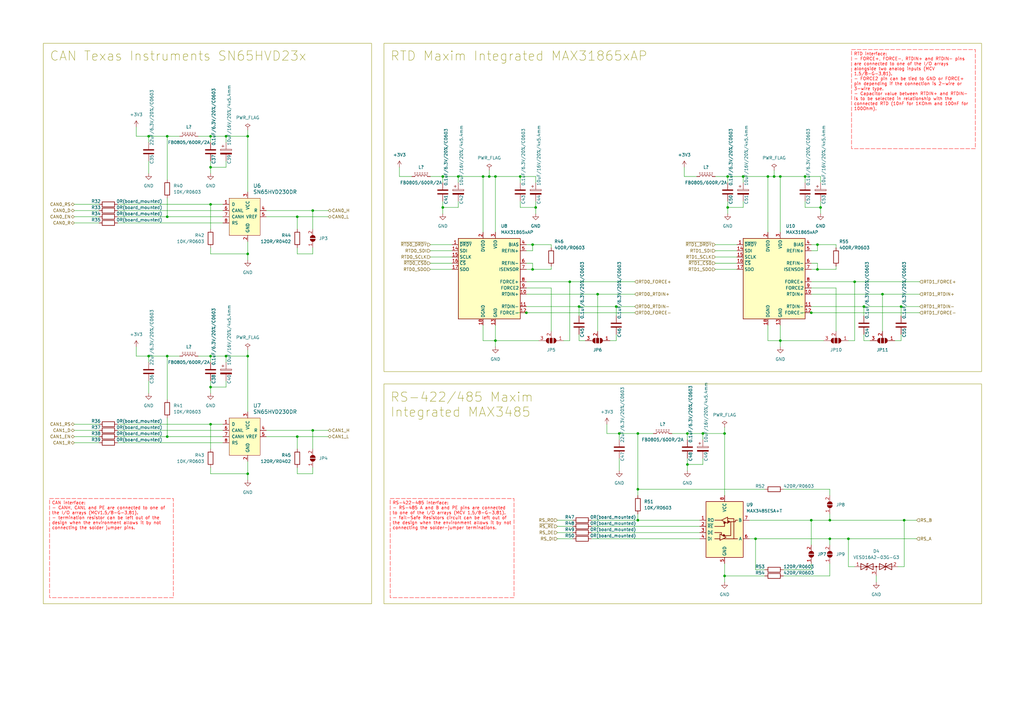
<source format=kicad_sch>
(kicad_sch (version 20230121) (generator eeschema)
  (paper "A3")
  (title_block (title "CAN, RS-422/485, RTD") (date "2023-09-02") (rev "A"))
  (lib_symbols
    (symbol "Device:C" (pin_numbers hide) (pin_names (offset 0.254))
      (property "Reference" "C" (at 0.635 2.54 0))
      (property "Value" "C" (at 0.635 -2.54 0))
      (symbol "C_1_1"
        (pin passive line (at 0 3.81 270) (length 2.794) (name "~") (number "1"))
        (pin passive line (at 0 -3.81 90) (length 2.794) (name "~") (number "2"))
      )
    )
    (symbol "Device:C_Polarized" (pin_numbers hide) (pin_names (offset 0.254))
      (property "Reference" "C" (at 0.635 2.54 0))
      (property "Value" "C_Polarized" (at 0.635 -2.54 0))
      (symbol "C_Polarized_1_1"
        (pin passive line (at 0 3.81 270) (length 2.794) (name "~") (number "1"))
        (pin passive line (at 0 -3.81 90) (length 2.794) (name "~") (number "2"))
      )
    )
    (symbol "Device:D_TVS_Dual_AAC" (pin_names (offset 1.016) hide)
      (property "Reference" "D" (at 0 4.445 0))
      (property "Value" "D_TVS_Dual_AAC" (at 0 2.54 0))
      (symbol "D_TVS_Dual_AAC_1_1"
        (pin passive line (at -8.89 0 0) (length 2.54) (name "A1") (number "1"))
        (pin passive line (at 8.89 0 180) (length 2.54) (name "A2") (number "2"))
        (pin input line (at 0 -3.81 90) (length 2.54) (name "common") (number "3"))
      )
    )
    (symbol "Device:L_Ferrite" (pin_numbers hide) (pin_names (offset 1.016) hide)
      (property "Reference" "L" (at -1.27 0 90))
      (property "Value" "L_Ferrite" (at 2.794 0 90))
      (symbol "L_Ferrite_1_1"
        (pin passive line (at 0 3.81 270) (length 1.27) (name "1") (number "1"))
        (pin passive line (at 0 -3.81 90) (length 1.27) (name "2") (number "2"))
      )
    )
    (symbol "Device:R" (pin_numbers hide) (pin_names (offset 0))
      (property "Reference" "R" (at 2.032 0 90))
      (property "Value" "R" (at 0 0 90))
      (symbol "R_1_1"
        (pin passive line (at 0 3.81 270) (length 1.27) (name "~") (number "1"))
        (pin passive line (at 0 -3.81 90) (length 1.27) (name "~") (number "2"))
      )
    )
    (symbol "Interface_UART:MAX3485"
      (property "Reference" "U" (at -6.096 11.43 0))
      (property "Value" "MAX3485" (at 0.762 11.43 0))
      (symbol "MAX3485_1_1"
        (pin output line (at -10.16 2.54 0) (length 2.54) (name "RO") (number "1"))
        (pin input line (at -10.16 0 0) (length 2.54) (name "~{RE}") (number "2"))
        (pin input line (at -10.16 -2.54 0) (length 2.54) (name "DE") (number "3"))
        (pin input line (at -10.16 -5.08 0) (length 2.54) (name "DI") (number "4"))
        (pin power_in line (at 0 -15.24 90) (length 2.54) (name "GND") (number "5"))
        (pin bidirectional line (at 10.16 -5.08 180) (length 2.54) (name "A") (number "6"))
        (pin bidirectional line (at 10.16 2.54 180) (length 2.54) (name "B") (number "7"))
        (pin power_in line (at 0 12.7 270) (length 2.54) (name "VCC") (number "8"))
      )
    )
    (symbol "Jumper:SolderJumper_2_Open" (pin_names (offset 0) hide)
      (property "Reference" "JP" (at 0 2.032 0))
      (property "Value" "SolderJumper_2_Open" (at 0 -2.54 0))
      (symbol "SolderJumper_2_Open_1_1"
        (pin passive line (at -3.81 0 0) (length 2.54) (name "A") (number "1"))
        (pin passive line (at 3.81 0 180) (length 2.54) (name "B") (number "2"))
      )
    )
    (symbol "Jumper:SolderJumper_3_Open" (pin_names (offset 0) hide)
      (property "Reference" "JP" (at -2.54 -2.54 0))
      (property "Value" "SolderJumper_3_Open" (at 0 2.794 0))
      (symbol "SolderJumper_3_Open_1_1"
        (pin passive line (at -5.08 0 0) (length 2.54) (name "A") (number "1"))
        (pin passive line (at 0 -3.81 90) (length 2.54) (name "C") (number "2"))
        (pin passive line (at 5.08 0 180) (length 2.54) (name "B") (number "3"))
      )
    )
    (symbol "Sensor_Temperature:MAX31865xAP"
      (property "Reference" "U" (at -11.43 19.05 0))
      (property "Value" "MAX31865xAP" (at 10.16 19.05 0))
      (symbol "MAX31865xAP_1_1"
        (pin output line (at -15.24 15.24 0) (length 2.54) (name "~{DRDY}") (number "1"))
        (pin input line (at 15.24 -5.08 180) (length 2.54) (name "RTDIN+") (number "10"))
        (pin input line (at 15.24 -10.16 180) (length 2.54) (name "RTDIN-") (number "11"))
        (pin power_out line (at 15.24 -12.7 180) (length 2.54) (name "FORCE-") (number "12"))
        (pin power_in line (at 2.54 -17.78 90) (length 2.54) (name "GND") (number "13"))
        (pin input line (at -15.24 12.7 0) (length 2.54) (name "SDI") (number "14"))
        (pin input line (at -15.24 10.16 0) (length 2.54) (name "SCLK") (number "15"))
        (pin input line (at -15.24 7.62 0) (length 2.54) (name "~{CS}") (number "16"))
        (pin tri_state line (at -15.24 5.08 0) (length 2.54) (name "SDO") (number "17"))
        (pin power_in line (at -2.54 -17.78 90) (length 2.54) (name "DGND") (number "18"))
        (pin passive line (at 2.54 -17.78 90) (length 2.54) hide (name "GND") (number "19"))
        (pin power_in line (at -2.54 20.32 270) (length 2.54) (name "DVDD") (number "2"))
        (pin no_connect line (at -12.7 -2.54 0) (length 2.54) hide (name "NC") (number "20"))
        (pin power_in line (at 2.54 20.32 270) (length 2.54) (name "VDD") (number "3"))
        (pin power_out line (at 15.24 15.24 180) (length 2.54) (name "BIAS") (number "4"))
        (pin input line (at 15.24 12.7 180) (length 2.54) (name "REFIN+") (number "5"))
        (pin input line (at 15.24 7.62 180) (length 2.54) (name "REFIN-") (number "6"))
        (pin passive line (at 15.24 5.08 180) (length 2.54) (name "ISENSOR") (number "7"))
        (pin passive line (at 15.24 0 180) (length 2.54) (name "FORCE+") (number "8"))
        (pin input line (at 15.24 -2.54 180) (length 2.54) (name "FORCE2") (number "9"))
      )
    )
    (symbol "dk_Interface-Drivers-Receivers-Transceivers:SN65HVD230DR" (pin_names (offset 1.016))
      (property "Reference" "U" (at -2.54 1.27 0))
      (property "Value" "SN65HVD230DR" (at 5.08 -17.78 0))
      (symbol "SN65HVD230DR_1_1"
        (pin input line (at -7.62 -2.54 0) (length 2.54) (name "D") (number "1"))
        (pin power_in line (at 2.54 -17.78 90) (length 2.54) (name "GND") (number "2"))
        (pin power_in line (at 2.54 2.54 270) (length 2.54) (name "VCC") (number "3"))
        (pin output line (at 10.16 -5.08 180) (length 2.54) (name "R") (number "4"))
        (pin output line (at 10.16 -7.62 180) (length 2.54) (name "VREF") (number "5"))
        (pin bidirectional line (at -7.62 -5.08 0) (length 2.54) (name "CANL") (number "6"))
        (pin bidirectional line (at -7.62 -7.62 0) (length 2.54) (name "CANH") (number "7"))
        (pin input line (at -7.62 -10.16 0) (length 2.54) (name "RS") (number "8"))
      )
    )
    (symbol "power:+3V3" (power) (pin_names (offset 0))
      (property "Value" "+3V3" (at 0 3.556 0))
      (symbol "+3V3_1_1"
        (pin power_in line (at 0 0 90) (length 0) hide (name "+3V3") (number "1"))
      )
    )
    (symbol "power:GND" (power) (pin_names (offset 0))
      (property "Value" "GND" (at 0 -3.81 0))
      (symbol "GND_1_1"
        (pin power_in line (at 0 0 270) (length 0) hide (name "GND") (number "1"))
      )
    )
    (symbol "power:PWR_FLAG" (power) (pin_numbers hide) (pin_names (offset 0) hide)
      (property "Value" "PWR_FLAG" (at 0 3.81 0))
      (symbol "PWR_FLAG_0_0"
        (pin power_out line (at 0 0 90) (length 0) (name "pwr") (number "1"))
      )
    )
  )
  (junction (at 252.73 125.73))
  (junction (at 297.18 236.22))
  (junction (at 101.6 194.31))
  (junction (at 335.28 100.33))
  (junction (at 361.95 120.65))
  (junction (at 187.96 72.39))
  (junction (at 347.98 220.98))
  (junction (at 297.18 177.8))
  (junction (at 86.36 68.58))
  (junction (at 121.92 88.9))
  (junction (at 101.6 104.14))
  (junction (at 261.62 177.8))
  (junction (at 218.44 110.49))
  (junction (at 86.36 83.82))
  (junction (at 350.52 115.57))
  (junction (at 281.94 177.8))
  (junction (at 128.27 86.36))
  (junction (at 68.58 179.07))
  (junction (at 68.58 88.9))
  (junction (at 60.96 55.88))
  (junction (at 370.84 213.36))
  (junction (at 203.2 72.39))
  (junction (at 314.96 72.39))
  (junction (at 298.45 72.39))
  (junction (at 203.2 139.7))
  (junction (at 215.9 128.27))
  (junction (at 261.62 213.36))
  (junction (at 200.66 72.39))
  (junction (at 218.44 100.33))
  (junction (at 340.36 213.36))
  (junction (at 288.29 177.8))
  (junction (at 304.8 72.39))
  (junction (at 320.04 139.7))
  (junction (at 330.2 72.39))
  (junction (at 86.36 55.88))
  (junction (at 128.27 176.53))
  (junction (at 60.96 146.05))
  (junction (at 101.6 55.88))
  (junction (at 245.11 120.65))
  (junction (at 332.74 128.27))
  (junction (at 86.36 173.99))
  (junction (at 254 177.8))
  (junction (at 340.36 220.98))
  (junction (at 181.61 72.39))
  (junction (at 92.71 146.05))
  (junction (at 121.92 179.07))
  (junction (at 92.71 55.88))
  (junction (at 281.94 190.5))
  (junction (at 198.12 72.39))
  (junction (at 86.36 158.75))
  (junction (at 68.58 55.88))
  (junction (at 309.88 220.98))
  (junction (at 317.5 72.39))
  (junction (at 335.28 110.49))
  (junction (at 369.57 125.73))
  (junction (at 261.62 200.66))
  (junction (at 298.45 85.09))
  (junction (at 219.71 85.09))
  (junction (at 336.55 85.09))
  (junction (at 86.36 146.05))
  (junction (at 233.68 115.57))
  (junction (at 181.61 85.09))
  (junction (at 332.74 213.36))
  (junction (at 68.58 146.05))
  (junction (at 354.33 125.73))
  (junction (at 320.04 72.39))
  (junction (at 101.6 146.05))
  (junction (at 237.49 125.73))
  (junction (at 213.36 72.39))
  (wire (pts (xy 314.96 72.39) (xy 317.5 72.39)))
  (wire (pts (xy 68.58 146.05) (xy 73.66 146.05)))
  (wire (pts (xy 101.6 104.14) (xy 101.6 106.68)))
  (wire (pts (xy 332.74 115.57) (xy 350.52 115.57)))
  (wire (pts (xy 242.57 218.44) (xy 287.02 218.44)))
  (wire (pts (xy 212.09 128.27) (xy 215.9 128.27)))
  (wire (pts (xy 280.67 72.39) (xy 280.67 68.58)))
  (wire (pts (xy 288.29 177.8) (xy 288.29 180.34)))
  (wire (pts (xy 92.71 66.04) (xy 92.71 68.58)))
  (wire (pts (xy 298.45 85.09) (xy 298.45 87.63)))
  (wire (pts (xy 261.62 177.8) (xy 261.62 200.66)))
  (wire (pts (xy 293.37 105.41) (xy 302.26 105.41)))
  (wire (pts (xy 163.83 72.39) (xy 163.83 68.58)))
  (wire (pts (xy 361.95 120.65) (xy 377.19 120.65)))
  (wire (pts (xy 245.11 120.65) (xy 260.35 120.65)))
  (wire (pts (xy 86.36 173.99) (xy 91.44 173.99)))
  (wire (pts (xy 281.94 177.8) (xy 288.29 177.8)))
  (wire (pts (xy 68.58 146.05) (xy 68.58 163.83)))
  (wire (pts (xy 298.45 72.39) (xy 304.8 72.39)))
  (wire (pts (xy 335.28 100.33) (xy 342.9 100.33)))
  (wire (pts (xy 86.36 191.77) (xy 86.36 194.31)))
  (wire (pts (xy 228.6 218.44) (xy 234.95 218.44)))
  (wire (pts (xy 219.71 72.39) (xy 219.71 74.93)))
  (wire (pts (xy 86.36 66.04) (xy 86.36 68.58)))
  (wire (pts (xy 198.12 95.25) (xy 198.12 72.39)))
  (wire (pts (xy 309.88 220.98) (xy 340.36 220.98)))
  (wire (pts (xy 198.12 72.39) (xy 200.66 72.39)))
  (wire (pts (xy 68.58 179.07) (xy 91.44 179.07)))
  (wire (pts (xy 231.14 139.7) (xy 233.68 139.7)))
  (wire (pts (xy 350.52 232.41) (xy 347.98 232.41)))
  (wire (pts (xy 314.96 139.7) (xy 320.04 139.7)))
  (wire (pts (xy 218.44 100.33) (xy 226.06 100.33)))
  (wire (pts (xy 60.96 146.05) (xy 68.58 146.05)))
  (wire (pts (xy 332.74 213.36) (xy 340.36 213.36)))
  (wire (pts (xy 48.26 88.9) (xy 68.58 88.9)))
  (wire (pts (xy 307.34 220.98) (xy 309.88 220.98)))
  (wire (pts (xy 309.88 233.68) (xy 309.88 220.98)))
  (wire (pts (xy 359.41 236.22) (xy 359.41 238.76)))
  (wire (pts (xy 109.22 176.53) (xy 128.27 176.53)))
  (wire (pts (xy 332.74 231.14) (xy 332.74 233.68)))
  (wire (pts (xy 101.6 53.34) (xy 101.6 55.88)))
  (wire (pts (xy 128.27 176.53) (xy 128.27 184.15)))
  (wire (pts (xy 288.29 177.8) (xy 297.18 177.8)))
  (wire (pts (xy 293.37 72.39) (xy 298.45 72.39)))
  (wire (pts (xy 261.62 200.66) (xy 313.69 200.66)))
  (wire (pts (xy 218.44 110.49) (xy 218.44 107.95)))
  (wire (pts (xy 368.3 232.41) (xy 370.84 232.41)))
  (wire (pts (xy 228.6 215.9) (xy 234.95 215.9)))
  (wire (pts (xy 198.12 72.39) (xy 187.96 72.39)))
  (wire (pts (xy 340.36 200.66) (xy 340.36 203.2)))
  (wire (pts (xy 245.11 120.65) (xy 245.11 135.89)))
  (wire (pts (xy 86.36 146.05) (xy 92.71 146.05)))
  (wire (pts (xy 304.8 82.55) (xy 304.8 85.09)))
  (wire (pts (xy 218.44 107.95) (xy 215.9 107.95)))
  (wire (pts (xy 215.9 125.73) (xy 237.49 125.73)))
  (wire (pts (xy 213.36 82.55) (xy 213.36 85.09)))
  (wire (pts (xy 342.9 109.22) (xy 342.9 110.49)))
  (wire (pts (xy 237.49 125.73) (xy 237.49 129.54)))
  (wire (pts (xy 340.36 220.98) (xy 340.36 223.52)))
  (wire (pts (xy 313.69 233.68) (xy 309.88 233.68)))
  (wire (pts (xy 332.74 128.27) (xy 377.19 128.27)))
  (wire (pts (xy 370.84 232.41) (xy 370.84 213.36)))
  (wire (pts (xy 101.6 99.06) (xy 101.6 104.14)))
  (wire (pts (xy 121.92 104.14) (xy 128.27 104.14)))
  (wire (pts (xy 340.36 213.36) (xy 370.84 213.36)))
  (wire (pts (xy 109.22 179.07) (xy 121.92 179.07)))
  (wire (pts (xy 128.27 86.36) (xy 128.27 93.98)))
  (wire (pts (xy 233.68 139.7) (xy 233.68 115.57)))
  (wire (pts (xy 298.45 82.55) (xy 298.45 85.09)))
  (wire (pts (xy 168.91 72.39) (xy 163.83 72.39)))
  (wire (pts (xy 332.74 118.11) (xy 342.9 118.11)))
  (wire (pts (xy 321.31 233.68) (xy 332.74 233.68)))
  (wire (pts (xy 285.75 72.39) (xy 280.67 72.39)))
  (wire (pts (xy 86.36 58.42) (xy 86.36 55.88)))
  (wire (pts (xy 304.8 72.39) (xy 304.8 74.93)))
  (wire (pts (xy 68.58 171.45) (xy 68.58 179.07)))
  (wire (pts (xy 215.9 128.27) (xy 260.35 128.27)))
  (wire (pts (xy 336.55 72.39) (xy 336.55 74.93)))
  (wire (pts (xy 128.27 104.14) (xy 128.27 101.6)))
  (wire (pts (xy 176.53 110.49) (xy 185.42 110.49)))
  (wire (pts (xy 198.12 133.35) (xy 198.12 139.7)))
  (wire (pts (xy 203.2 139.7) (xy 220.98 139.7)))
  (wire (pts (xy 81.28 55.88) (xy 86.36 55.88)))
  (wire (pts (xy 332.74 213.36) (xy 332.74 223.52)))
  (wire (pts (xy 252.73 125.73) (xy 260.35 125.73)))
  (wire (pts (xy 60.96 66.04) (xy 60.96 71.12)))
  (wire (pts (xy 314.96 133.35) (xy 314.96 139.7)))
  (wire (pts (xy 218.44 110.49) (xy 226.06 110.49)))
  (wire (pts (xy 92.71 146.05) (xy 92.71 148.59)))
  (wire (pts (xy 92.71 68.58) (xy 86.36 68.58)))
  (wire (pts (xy 176.53 102.87) (xy 185.42 102.87)))
  (wire (pts (xy 242.57 213.36) (xy 261.62 213.36)))
  (wire (pts (xy 203.2 139.7) (xy 203.2 142.24)))
  (wire (pts (xy 30.48 181.61) (xy 40.64 181.61)))
  (wire (pts (xy 354.33 139.7) (xy 354.33 137.16)))
  (wire (pts (xy 86.36 101.6) (xy 86.36 104.14)))
  (wire (pts (xy 336.55 82.55) (xy 336.55 85.09)))
  (wire (pts (xy 307.34 213.36) (xy 332.74 213.36)))
  (wire (pts (xy 181.61 82.55) (xy 181.61 85.09)))
  (wire (pts (xy 181.61 72.39) (xy 187.96 72.39)))
  (wire (pts (xy 242.57 220.98) (xy 287.02 220.98)))
  (wire (pts (xy 203.2 133.35) (xy 203.2 139.7)))
  (wire (pts (xy 340.36 236.22) (xy 340.36 231.14)))
  (wire (pts (xy 248.92 177.8) (xy 248.92 173.99)))
  (wire (pts (xy 350.52 115.57) (xy 377.19 115.57)))
  (wire (pts (xy 128.27 194.31) (xy 128.27 191.77)))
  (wire (pts (xy 121.92 179.07) (xy 134.62 179.07)))
  (wire (pts (xy 101.6 146.05) (xy 92.71 146.05)))
  (wire (pts (xy 86.36 83.82) (xy 91.44 83.82)))
  (wire (pts (xy 228.6 220.98) (xy 234.95 220.98)))
  (wire (pts (xy 226.06 100.33) (xy 226.06 101.6)))
  (wire (pts (xy 215.9 110.49) (xy 218.44 110.49)))
  (wire (pts (xy 86.36 148.59) (xy 86.36 146.05)))
  (wire (pts (xy 226.06 109.22) (xy 226.06 110.49)))
  (wire (pts (xy 187.96 85.09) (xy 181.61 85.09)))
  (wire (pts (xy 330.2 82.55) (xy 330.2 85.09)))
  (wire (pts (xy 218.44 100.33) (xy 218.44 102.87)))
  (wire (pts (xy 298.45 74.93) (xy 298.45 72.39)))
  (wire (pts (xy 297.18 177.8) (xy 297.18 203.2)))
  (wire (pts (xy 181.61 85.09) (xy 181.61 87.63)))
  (wire (pts (xy 254 180.34) (xy 254 177.8)))
  (wire (pts (xy 248.92 177.8) (xy 254 177.8)))
  (wire (pts (xy 321.31 236.22) (xy 340.36 236.22)))
  (wire (pts (xy 297.18 231.14) (xy 297.18 236.22)))
  (wire (pts (xy 350.52 139.7) (xy 350.52 115.57)))
  (wire (pts (xy 275.59 177.8) (xy 281.94 177.8)))
  (wire (pts (xy 252.73 125.73) (xy 252.73 129.54)))
  (wire (pts (xy 237.49 125.73) (xy 252.73 125.73)))
  (wire (pts (xy 121.92 88.9) (xy 134.62 88.9)))
  (wire (pts (xy 200.66 72.39) (xy 203.2 72.39)))
  (wire (pts (xy 330.2 72.39) (xy 336.55 72.39)))
  (wire (pts (xy 121.92 194.31) (xy 128.27 194.31)))
  (wire (pts (xy 68.58 55.88) (xy 68.58 73.66)))
  (wire (pts (xy 314.96 95.25) (xy 314.96 72.39)))
  (wire (pts (xy 261.62 200.66) (xy 261.62 203.2)))
  (wire (pts (xy 101.6 143.51) (xy 101.6 146.05)))
  (wire (pts (xy 304.8 85.09) (xy 298.45 85.09)))
  (wire (pts (xy 30.48 173.99) (xy 40.64 173.99)))
  (wire (pts (xy 228.6 213.36) (xy 234.95 213.36)))
  (wire (pts (xy 128.27 176.53) (xy 134.62 176.53)))
  (wire (pts (xy 281.94 190.5) (xy 281.94 193.04)))
  (wire (pts (xy 250.19 139.7) (xy 252.73 139.7)))
  (wire (pts (xy 92.71 158.75) (xy 86.36 158.75)))
  (wire (pts (xy 335.28 107.95) (xy 332.74 107.95)))
  (wire (pts (xy 215.9 120.65) (xy 245.11 120.65)))
  (wire (pts (xy 55.88 55.88) (xy 60.96 55.88)))
  (wire (pts (xy 369.57 125.73) (xy 377.19 125.73)))
  (wire (pts (xy 356.87 139.7) (xy 354.33 139.7)))
  (wire (pts (xy 320.04 95.25) (xy 320.04 72.39)))
  (wire (pts (xy 314.96 72.39) (xy 304.8 72.39)))
  (wire (pts (xy 328.93 128.27) (xy 332.74 128.27)))
  (wire (pts (xy 60.96 148.59) (xy 60.96 146.05)))
  (wire (pts (xy 342.9 100.33) (xy 342.9 101.6)))
  (wire (pts (xy 281.94 180.34) (xy 281.94 177.8)))
  (wire (pts (xy 86.36 104.14) (xy 101.6 104.14)))
  (wire (pts (xy 48.26 181.61) (xy 91.44 181.61)))
  (wire (pts (xy 101.6 55.88) (xy 92.71 55.88)))
  (wire (pts (xy 101.6 146.05) (xy 101.6 168.91)))
  (wire (pts (xy 335.28 110.49) (xy 335.28 107.95)))
  (wire (pts (xy 332.74 120.65) (xy 361.95 120.65)))
  (wire (pts (xy 176.53 100.33) (xy 185.42 100.33)))
  (wire (pts (xy 367.03 139.7) (xy 369.57 139.7)))
  (wire (pts (xy 215.9 115.57) (xy 233.68 115.57)))
  (wire (pts (xy 261.62 213.36) (xy 287.02 213.36)))
  (wire (pts (xy 219.71 82.55) (xy 219.71 85.09)))
  (wire (pts (xy 92.71 156.21) (xy 92.71 158.75)))
  (wire (pts (xy 347.98 232.41) (xy 347.98 220.98)))
  (wire (pts (xy 109.22 86.36) (xy 128.27 86.36)))
  (wire (pts (xy 181.61 74.93) (xy 181.61 72.39)))
  (wire (pts (xy 218.44 102.87) (xy 215.9 102.87)))
  (wire (pts (xy 121.92 101.6) (xy 121.92 104.14)))
  (wire (pts (xy 332.74 110.49) (xy 335.28 110.49)))
  (wire (pts (xy 297.18 236.22) (xy 297.18 238.76)))
  (wire (pts (xy 354.33 125.73) (xy 354.33 129.54)))
  (wire (pts (xy 48.26 86.36) (xy 91.44 86.36)))
  (wire (pts (xy 60.96 156.21) (xy 60.96 161.29)))
  (wire (pts (xy 86.36 83.82) (xy 86.36 93.98)))
  (wire (pts (xy 187.96 82.55) (xy 187.96 85.09)))
  (wire (pts (xy 320.04 139.7) (xy 337.82 139.7)))
  (wire (pts (xy 213.36 85.09) (xy 219.71 85.09)))
  (wire (pts (xy 176.53 107.95) (xy 185.42 107.95)))
  (wire (pts (xy 335.28 100.33) (xy 335.28 102.87)))
  (wire (pts (xy 347.98 139.7) (xy 350.52 139.7)))
  (wire (pts (xy 293.37 100.33) (xy 302.26 100.33)))
  (wire (pts (xy 215.9 100.33) (xy 218.44 100.33)))
  (wire (pts (xy 297.18 236.22) (xy 313.69 236.22)))
  (wire (pts (xy 233.68 115.57) (xy 260.35 115.57)))
  (wire (pts (xy 92.71 55.88) (xy 92.71 58.42)))
  (wire (pts (xy 321.31 200.66) (xy 340.36 200.66)))
  (wire (pts (xy 48.26 179.07) (xy 68.58 179.07)))
  (wire (pts (xy 198.12 139.7) (xy 203.2 139.7)))
  (wire (pts (xy 213.36 72.39) (xy 219.71 72.39)))
  (wire (pts (xy 203.2 72.39) (xy 213.36 72.39)))
  (wire (pts (xy 219.71 85.09) (xy 219.71 87.63)))
  (wire (pts (xy 254 187.96) (xy 254 193.04)))
  (wire (pts (xy 226.06 118.11) (xy 226.06 135.89)))
  (wire (pts (xy 86.36 194.31) (xy 101.6 194.31)))
  (wire (pts (xy 55.88 146.05) (xy 55.88 142.24)))
  (wire (pts (xy 369.57 139.7) (xy 369.57 137.16)))
  (wire (pts (xy 48.26 91.44) (xy 91.44 91.44)))
  (wire (pts (xy 48.26 173.99) (xy 86.36 173.99)))
  (wire (pts (xy 48.26 176.53) (xy 91.44 176.53)))
  (wire (pts (xy 237.49 139.7) (xy 237.49 137.16)))
  (wire (pts (xy 121.92 88.9) (xy 121.92 93.98)))
  (wire (pts (xy 261.62 210.82) (xy 261.62 213.36)))
  (wire (pts (xy 86.36 158.75) (xy 86.36 161.29)))
  (wire (pts (xy 68.58 88.9) (xy 91.44 88.9)))
  (wire (pts (xy 317.5 72.39) (xy 320.04 72.39)))
  (wire (pts (xy 109.22 88.9) (xy 121.92 88.9)))
  (wire (pts (xy 86.36 55.88) (xy 92.71 55.88)))
  (wire (pts (xy 261.62 177.8) (xy 267.97 177.8)))
  (wire (pts (xy 320.04 133.35) (xy 320.04 139.7)))
  (wire (pts (xy 30.48 83.82) (xy 40.64 83.82)))
  (wire (pts (xy 332.74 100.33) (xy 335.28 100.33)))
  (wire (pts (xy 288.29 190.5) (xy 281.94 190.5)))
  (wire (pts (xy 281.94 187.96) (xy 281.94 190.5)))
  (wire (pts (xy 369.57 125.73) (xy 369.57 129.54)))
  (wire (pts (xy 293.37 110.49) (xy 302.26 110.49)))
  (wire (pts (xy 240.03 139.7) (xy 237.49 139.7)))
  (wire (pts (xy 30.48 91.44) (xy 40.64 91.44)))
  (wire (pts (xy 370.84 213.36) (xy 375.92 213.36)))
  (wire (pts (xy 86.36 156.21) (xy 86.36 158.75)))
  (wire (pts (xy 320.04 139.7) (xy 320.04 142.24)))
  (wire (pts (xy 101.6 189.23) (xy 101.6 194.31)))
  (wire (pts (xy 55.88 55.88) (xy 55.88 52.07)))
  (wire (pts (xy 340.36 220.98) (xy 347.98 220.98)))
  (wire (pts (xy 288.29 187.96) (xy 288.29 190.5)))
  (wire (pts (xy 340.36 210.82) (xy 340.36 213.36)))
  (wire (pts (xy 48.26 83.82) (xy 86.36 83.82)))
  (wire (pts (xy 60.96 58.42) (xy 60.96 55.88)))
  (wire (pts (xy 293.37 107.95) (xy 302.26 107.95)))
  (wire (pts (xy 60.96 55.88) (xy 68.58 55.88)))
  (wire (pts (xy 342.9 118.11) (xy 342.9 135.89)))
  (wire (pts (xy 86.36 68.58) (xy 86.36 71.12)))
  (wire (pts (xy 320.04 72.39) (xy 330.2 72.39)))
  (wire (pts (xy 335.28 110.49) (xy 342.9 110.49)))
  (wire (pts (xy 317.5 69.85) (xy 317.5 72.39)))
  (wire (pts (xy 176.53 72.39) (xy 181.61 72.39)))
  (wire (pts (xy 361.95 120.65) (xy 361.95 135.89)))
  (wire (pts (xy 30.48 176.53) (xy 40.64 176.53)))
  (wire (pts (xy 128.27 86.36) (xy 134.62 86.36)))
  (wire (pts (xy 101.6 194.31) (xy 101.6 196.85)))
  (wire (pts (xy 335.28 102.87) (xy 332.74 102.87)))
  (wire (pts (xy 121.92 179.07) (xy 121.92 184.15)))
  (wire (pts (xy 330.2 72.39) (xy 330.2 74.93)))
  (wire (pts (xy 293.37 102.87) (xy 302.26 102.87)))
  (wire (pts (xy 203.2 95.25) (xy 203.2 72.39)))
  (wire (pts (xy 101.6 55.88) (xy 101.6 78.74)))
  (wire (pts (xy 213.36 72.39) (xy 213.36 74.93)))
  (wire (pts (xy 30.48 179.07) (xy 40.64 179.07)))
  (wire (pts (xy 68.58 81.28) (xy 68.58 88.9)))
  (wire (pts (xy 336.55 85.09) (xy 336.55 87.63)))
  (wire (pts (xy 347.98 220.98) (xy 375.92 220.98)))
  (wire (pts (xy 252.73 139.7) (xy 252.73 137.16)))
  (wire (pts (xy 81.28 146.05) (xy 86.36 146.05)))
  (wire (pts (xy 30.48 88.9) (xy 40.64 88.9)))
  (wire (pts (xy 30.48 86.36) (xy 40.64 86.36)))
  (wire (pts (xy 55.88 146.05) (xy 60.96 146.05)))
  (wire (pts (xy 200.66 69.85) (xy 200.66 72.39)))
  (wire (pts (xy 297.18 175.26) (xy 297.18 177.8)))
  (wire (pts (xy 68.58 55.88) (xy 73.66 55.88)))
  (wire (pts (xy 354.33 125.73) (xy 369.57 125.73)))
  (wire (pts (xy 176.53 105.41) (xy 185.42 105.41)))
  (wire (pts (xy 330.2 85.09) (xy 336.55 85.09)))
  (wire (pts (xy 121.92 191.77) (xy 121.92 194.31)))
  (wire (pts (xy 215.9 118.11) (xy 226.06 118.11)))
  (wire (pts (xy 187.96 72.39) (xy 187.96 74.93)))
  (wire (pts (xy 332.74 125.73) (xy 354.33 125.73)))
  (wire (pts (xy 242.57 215.9) (xy 287.02 215.9)))
  (wire (pts (xy 86.36 173.99) (xy 86.36 184.15)))
  (wire (pts (xy 254 177.8) (xy 261.62 177.8)))
  (rectangle (start 157.48 157.48) (end 402.59 247.65) (stroke (width 0) (color 140 140 0 1)))
  (rectangle (start 157.48 17.78) (end 402.59 152.4) (stroke (width 0) (color 140 140 0 1)))
  (rectangle (start 17.78 17.78) (end 152.4 247.65) (stroke (width 0) (color 140 140 0 1)))
  (text_box "CAN interface:\n- CANH, CANL and PE are connected to one of the I/O arrays (MCV1.5/8-G-3,81).\n- termination resistor can be left out of the design when the environment allows it by not connecting the solder jumper pins." (at 20.32 204.47 0) (size 50.8 40.64) (stroke (width 0) (type dash) (color 255 0 0 1)) (effects (font (size 1.27 1.27)) (justify left top)))
  (text_box "RS-422-485 interface:\n- RS-485 A and B and PE pins are connected to one of the I/O arrays (MCV 1,5/8-G-3,81).\n- fail-Safe Resistors circuit can be left out of the design when the environment allows it by not connecting the solder-jumper terminations." (at 160.02 204.47 0) (size 50.8 40.64) (stroke (width 0) (type dash) (color 255 0 0 1)) (effects (font (size 1.27 1.27)) (justify left top)))
  (text_box "RTD interface:\n- FORCE+, FORCE-, RTDIN+ and RTDIN- pins are connected to one of the I/O arrays alongside two analog inputs (MCV 1,5/8-G-3,81).\n- FORCE2 pin can be tied to GND or FORCE+ pin depending if the connection is 2-wire or 3-wire type.\n- Capacitor value between RTDIN+ and RTDIN- is to be selected in relationship with the connected RTD (10nF for 1KOhm and 100nF for 100Ohm)." (at 349.25 20.32 0) (size 50.8 40.64) (stroke (width 0) (type dash) (color 255 0 0 1)) (effects (font (size 1.27 1.27)) (justify left top)))
  (text "CAN Texas Instruments SN65HVD23x" (at 20.32 25.4 0) (effects (font (size 3.81 3.81)) (justify left bottom)))
  (text "RTD Maxim Integrated MAX31865xAP" (at 160.02 25.4 0) (effects (font (size 3.81 3.81)) (justify left bottom)))
  (text "RS-422/485 Maxim\nIntegrated MAX3485" (at 160.02 171.45 0) (effects (font (size 3.81 3.81)) (justify left bottom)))
  (hierarchical_label "RTD0_FORCE-" (shape input) (at 260.35 128.27 0))
  (hierarchical_label "~{RS_RE}" (shape input) (at 228.6 215.9 180))
  (hierarchical_label "CAN1_R" (shape bidirectional) (at 30.48 181.61 180))
  (hierarchical_label "RTD0_RTDIN+" (shape input) (at 260.35 120.65 0))
  (hierarchical_label "CAN0_L" (shape bidirectional) (at 134.62 88.9 0))
  (hierarchical_label "RS_B" (shape input) (at 375.92 213.36 0))
  (hierarchical_label "~{RTD1_DRDY}" (shape input) (at 293.37 100.33 180))
  (hierarchical_label "CAN0_D" (shape bidirectional) (at 30.48 86.36 180))
  (hierarchical_label "RTD1_SCLK" (shape input) (at 293.37 105.41 180))
  (hierarchical_label "CAN1_L" (shape bidirectional) (at 134.62 179.07 0))
  (hierarchical_label "~{RTD0_CS0}" (shape input) (at 176.53 107.95 180))
  (hierarchical_label "RTD1_FORCE-" (shape input) (at 377.19 128.27 0))
  (hierarchical_label "RS_DE" (shape input) (at 228.6 218.44 180))
  (hierarchical_label "RTD1_SDO" (shape input) (at 293.37 110.49 180))
  (hierarchical_label "RTD1_SDI" (shape input) (at 293.37 102.87 180))
  (hierarchical_label "RS_RO" (shape input) (at 228.6 213.36 180))
  (hierarchical_label "RTD1_RTDIN-" (shape input) (at 377.19 125.73 0))
  (hierarchical_label "CAN0_RS" (shape bidirectional) (at 30.48 83.82 180))
  (hierarchical_label "RTD0_RTDIN-" (shape input) (at 260.35 125.73 0))
  (hierarchical_label "CAN1_EN" (shape bidirectional) (at 30.48 179.07 180))
  (hierarchical_label "~{RTD1_CS0}" (shape input) (at 293.37 107.95 180))
  (hierarchical_label "RTD0_SCLK" (shape input) (at 176.53 105.41 180))
  (hierarchical_label "CAN0_EN" (shape bidirectional) (at 30.48 88.9 180))
  (hierarchical_label "RTD1_FORCE+" (shape input) (at 377.19 115.57 0))
  (hierarchical_label "RS_A" (shape input) (at 375.92 220.98 0))
  (hierarchical_label "RTD0_SDI" (shape input) (at 176.53 102.87 180))
  (hierarchical_label "CAN0_H" (shape bidirectional) (at 134.62 86.36 0))
  (hierarchical_label "RTD0_FORCE+" (shape input) (at 260.35 115.57 0))
  (hierarchical_label "CAN1_H" (shape bidirectional) (at 134.62 176.53 0))
  (hierarchical_label "~{RTD0_DRDY}" (shape input) (at 176.53 100.33 180))
  (hierarchical_label "CAN1_D" (shape bidirectional) (at 30.48 176.53 180))
  (hierarchical_label "CAN0_R" (shape bidirectional) (at 30.48 91.44 180))
  (hierarchical_label "RS_DI" (shape input) (at 228.6 220.98 180))
  (hierarchical_label "RTD0_SDO" (shape input) (at 176.53 110.49 180))
  (hierarchical_label "RTD1_RTDIN+" (shape input) (at 377.19 120.65 0))
  (hierarchical_label "CAN1_RS" (shape bidirectional) (at 30.48 173.99 180))
  (symbol (lib_id "power:GND") (at 336.55 87.63 0) (mirror y) (unit 1)
    (property "Reference" "#PWR048" (effects hide))
    (property "Value" "GND" (at 336.55 92.71 0))
  )
  (symbol (lib_id "Device:C_Polarized") (at 336.55 78.74 0) (unit 1)
    (property "Reference" "C53" (at 337.82 83.82 90) (effects (justify left)))
    (property "Value" "10uF/16V/20%/4x5.4mm" (at 337.82 76.2 90) (effects (justify left)))
    (property "Footprint" "Capacitor_SMD:CP_Elec_4x5.4" (effects hide))
  )
  (symbol (lib_id "Jumper:SolderJumper_2_Open") (at 340.36 227.33 90) (unit 1)
    (property "Reference" "JP9" (at 342.9 227.33 90) (effects (justify right)))
    (property "Value" "SolderJumper_2_Open" (effects hide))
    (property "Footprint" "Jumper:SolderJumper-2_P1.3mm_Open_Pad1.0x1.5mm" (effects hide))
  )
  (symbol (lib_id "Device:C") (at 86.36 62.23 0) (unit 1)
    (property "Reference" "C37" (at 87.63 67.31 90) (effects (justify left)))
    (property "Value" "0.1uF/6.3V/20%/C0603" (at 87.63 59.69 90) (effects (justify left)))
    (property "Footprint" "Capacitor_SMD:C_0603_1608Metric" (effects hide))
  )
  (symbol (lib_id "power:+3V3") (at 55.88 52.07 0) (unit 1)
    (property "Reference" "#PWR029" (effects hide))
    (property "Value" "+3V3" (at 55.88 46.99 0))
  )
  (symbol (lib_id "Jumper:SolderJumper_3_Open") (at 226.06 139.7 180) (unit 1)
    (property "Reference" "JP5" (at 226.06 143.51 0))
    (property "Value" "SolderJumper_3_Open" (effects hide))
    (property "Footprint" "Jumper:SolderJumper-3_P1.3mm_Open_Pad1.0x1.5mm" (effects hide))
  )
  (symbol (lib_id "Device:C") (at 281.94 184.15 0) (unit 1)
    (property "Reference" "C48" (at 283.21 189.23 90) (effects (justify left)))
    (property "Value" "0.1uF/6.3V/20%/C0603" (at 283.21 181.61 90) (effects (justify left)))
    (property "Footprint" "Capacitor_SMD:C_0603_1608Metric" (effects hide))
  )
  (symbol (lib_id "Sensor_Temperature:MAX31865xAP") (at 317.5 115.57 0) (unit 1)
    (property "Reference" "U10" (at 322.2341 92.71 0) (effects (justify left)))
    (property "Value" "MAX31865xAP" (at 322.2341 95.25 0) (effects (justify left)))
    (property "Footprint" "Package_SO:SSOP-20_5.3x7.2mm_P0.65mm" (effects hide))
    (property "Datasheet" "https://datasheets.maximintegrated.com/en/ds/MAX31865.pdf" (effects hide))
  )
  (symbol (lib_id "Interface_UART:MAX3485") (at 297.18 215.9 0) (unit 1)
    (property "Reference" "U9" (at 306.07 207.01 0) (effects (justify left)))
    (property "Value" "MAX3485ESA+T" (at 306.07 209.55 0) (effects (justify left)))
    (property "Footprint" "Package_SO:SO-8_3.9x4.9mm_P1.27mm" (effects hide))
    (property "Datasheet" "https://datasheets.maximintegrated.com/en/ds/MAX3483-MAX3491.pdf" (effects hide))
  )
  (symbol (lib_id "Device:R") (at 317.5 236.22 90) (mirror x) (unit 1)
    (property "Reference" "R54" (at 313.69 234.95 90) (effects (justify left)))
    (property "Value" "420R/R0603" (at 321.31 234.95 90) (effects (justify right)))
    (property "Footprint" "Resistor_SMD:R_0603_1608Metric" (effects hide))
  )
  (symbol (lib_id "Device:C_Polarized") (at 288.29 184.15 0) (unit 1)
    (property "Reference" "C49" (at 289.56 189.23 90) (effects (justify left)))
    (property "Value" "10uF/16V/20%/4x5.4mm" (at 289.56 181.61 90) (effects (justify left)))
    (property "Footprint" "Capacitor_SMD:CP_Elec_4x5.4" (effects hide))
  )
  (symbol (lib_id "Device:R") (at 121.92 187.96 0) (unit 1)
    (property "Reference" "R45" (at 119.38 186.69 0) (effects (justify right)))
    (property "Value" "120R/R0402" (at 119.38 189.23 0) (effects (justify right)))
  )
  (symbol (lib_id "Device:R") (at 44.45 176.53 90) (unit 1)
    (property "Reference" "R37" (at 39.37 175.26 90))
    (property "Value" "0R(board_mounted)" (at 57.15 175.26 90))
    (property "Footprint" "Resistor_SMD:R_0402_1005Metric" (effects hide))
  )
  (symbol (lib_id "power:GND") (at 203.2 142.24 0) (unit 1)
    (property "Reference" "#PWR039" (effects hide))
    (property "Value" "GND" (at 203.2 147.32 0))
  )
  (symbol (lib_id "Device:R") (at 86.36 187.96 0) (mirror y) (unit 1)
    (property "Reference" "R43" (at 83.82 186.69 0) (effects (justify left)))
    (property "Value" "10K/R0603" (at 83.82 189.23 0) (effects (justify left)))
    (property "Footprint" "Resistor_SMD:R_0603_1608Metric" (effects hide))
  )
  (symbol (lib_id "power:GND") (at 181.61 87.63 0) (unit 1)
    (property "Reference" "#PWR038" (effects hide))
    (property "Value" "GND" (at 181.61 92.71 0))
  )
  (symbol (lib_id "Device:C") (at 298.45 78.74 0) (unit 1)
    (property "Reference" "C50" (at 299.72 83.82 90) (effects (justify left)))
    (property "Value" "0.1uF/6.3V/20%/C0603" (at 299.72 76.2 90) (effects (justify left)))
    (property "Footprint" "Capacitor_SMD:C_0603_1608Metric" (effects hide))
  )
  (symbol (lib_id "Device:L_Ferrite") (at 77.47 55.88 90) (unit 1)
    (property "Reference" "L?" (at 77.47 52.07 90))
    (property "Value" "FB0805/600R/2A" (at 77.47 58.42 90))
    (property "Footprint" "Inductor_SMD:L_0805_2012Metric" (effects hide))
    (property "Datasheet" "https://ro.mouser.com/datasheet/2/87/eaton_mfbm1v2012_high_current_multilayer_ferrite_c-1890685.pdf" (effects hide))
    (instances (project "SAM4E-PLC" (path "" (reference "L?") (unit 1)) (path "" (reference "L?") (unit 1)) (path "" (reference "L5") (unit 1))))
  )
  (symbol (lib_id "power:GND") (at 86.36 161.29 0) (unit 1)
    (property "Reference" "#PWR034" (effects hide))
    (property "Value" "GND" (at 86.36 166.37 0))
  )
  (symbol (lib_id "Device:R") (at 238.76 218.44 90) (unit 1)
    (property "Reference" "R49" (at 233.68 217.17 90))
    (property "Value" "0R(board_mounted)" (at 251.46 217.17 90))
    (property "Footprint" "Resistor_SMD:R_0402_1005Metric" (effects hide))
  )
  (symbol (lib_id "Device:R") (at 261.62 207.01 0) (unit 1)
    (property "Reference" "R51" (at 264.16 205.74 0) (effects (justify left)))
    (property "Value" "10K/R0603" (at 264.16 208.28 0) (effects (justify left)))
    (property "Footprint" "Resistor_SMD:R_0603_1608Metric" (effects hide))
  )
  (symbol (lib_id "Device:R") (at 86.36 97.79 0) (mirror y) (unit 1)
    (property "Reference" "R42" (at 83.82 96.52 0) (effects (justify left)))
    (property "Value" "10K/R0603" (at 83.82 99.06 0) (effects (justify left)))
    (property "Footprint" "Resistor_SMD:R_0603_1608Metric" (effects hide))
  )
  (symbol (lib_id "power:+3V3") (at 55.88 142.24 0) (unit 1)
    (property "Reference" "#PWR030" (effects hide))
    (property "Value" "+3V3" (at 55.88 137.16 0))
  )
  (symbol (lib_id "power:GND") (at 219.71 87.63 0) (mirror y) (unit 1)
    (property "Reference" "#PWR040" (effects hide))
    (property "Value" "GND" (at 219.71 92.71 0))
  )
  (symbol (lib_id "Device:C_Polarized") (at 304.8 78.74 0) (unit 1)
    (property "Reference" "C51" (at 306.07 83.82 90) (effects (justify left)))
    (property "Value" "10uF/16V/20%/4x5.4mm" (at 306.07 76.2 90) (effects (justify left)))
    (property "Footprint" "Capacitor_SMD:CP_Elec_4x5.4" (effects hide))
  )
  (symbol (lib_id "Device:R") (at 238.76 215.9 90) (unit 1)
    (property "Reference" "R48" (at 233.68 214.63 90))
    (property "Value" "0R(board_mounted)" (at 251.46 214.63 90))
    (property "Footprint" "Resistor_SMD:R_0402_1005Metric" (effects hide))
  )
  (symbol (lib_id "power:+3V3") (at 248.92 173.99 0) (unit 1)
    (property "Reference" "#PWR041" (effects hide))
    (property "Value" "+3V3" (at 248.92 168.91 0))
  )
  (symbol (lib_id "Device:C") (at 60.96 152.4 0) (unit 1)
    (property "Reference" "C36" (at 62.23 157.48 90) (effects (justify left)))
    (property "Value" "22uF/6.3V/20%/C0603" (at 62.23 149.86 90) (effects (justify left)))
    (property "Footprint" "Capacitor_SMD:C_0603_1608Metric" (effects hide))
  )
  (symbol (lib_id "power:PWR_FLAG") (at 200.66 69.85 0) (unit 1)
    (property "Reference" "#FLG012" (effects hide))
    (property "Value" "PWR_FLAG" (at 200.66 64.77 0))
  )
  (symbol (lib_id "power:GND") (at 359.41 238.76 0) (unit 1)
    (property "Reference" "#PWR049" (effects hide))
    (property "Value" "GND" (at 359.41 243.84 0))
  )
  (symbol (lib_id "Device:C") (at 213.36 78.74 0) (unit 1)
    (property "Reference" "C43" (at 214.63 83.82 90) (effects (justify left)))
    (property "Value" "0.1uF/6.3V/20%/C0603" (at 214.63 76.2 90) (effects (justify left)))
    (property "Footprint" "Capacitor_SMD:C_0603_1608Metric" (effects hide))
  )
  (symbol (lib_id "Device:C_Polarized") (at 187.96 78.74 0) (unit 1)
    (property "Reference" "C42" (at 189.23 83.82 90) (effects (justify left)))
    (property "Value" "10uF/16V/20%/4x5.4mm" (at 189.23 76.2 90) (effects (justify left)))
    (property "Footprint" "Capacitor_SMD:CP_Elec_4x5.4" (effects hide))
  )
  (symbol (lib_id "power:+3V3") (at 280.67 68.58 0) (unit 1)
    (property "Reference" "#PWR043" (effects hide))
    (property "Value" "+3V3" (at 280.67 63.5 0))
  )
  (symbol (lib_id "Device:C") (at 369.57 133.35 0) (unit 1)
    (property "Reference" "C55" (at 370.84 138.43 90) (effects (justify left)))
    (property "Value" "0.1uF/6.3V/20%/C0603" (at 370.84 130.81 90) (effects (justify left)))
    (property "Footprint" "Capacitor_SMD:C_0603_1608Metric" (effects hide))
  )
  (symbol (lib_id "Device:L_Ferrite") (at 289.56 72.39 90) (unit 1)
    (property "Reference" "L?" (at 289.56 68.58 90))
    (property "Value" "FB0805/600R/2A" (at 289.56 74.93 90))
    (property "Footprint" "Inductor_SMD:L_0805_2012Metric" (effects hide))
    (property "Datasheet" "https://ro.mouser.com/datasheet/2/87/eaton_mfbm1v2012_high_current_multilayer_ferrite_c-1890685.pdf" (effects hide))
    (instances (project "SAM4E-PLC" (path "" (reference "L?") (unit 1)) (path "" (reference "L?") (unit 1)) (path "" (reference "L9") (unit 1))))
  )
  (symbol (lib_id "Jumper:SolderJumper_2_Open") (at 128.27 97.79 90) (unit 1)
    (property "Reference" "JP3" (at 130.81 97.79 90) (effects (justify right)))
    (property "Value" "SolderJumper_2_Open" (effects hide))
  )
  (symbol (lib_id "Device:R") (at 317.5 200.66 90) (mirror x) (unit 1)
    (property "Reference" "R52" (at 313.69 199.39 90) (effects (justify left)))
    (property "Value" "420R/R0603" (at 321.31 199.39 90) (effects (justify right)))
    (property "Footprint" "Resistor_SMD:R_0603_1608Metric" (effects hide))
  )
  (symbol (lib_id "Jumper:SolderJumper_2_Open") (at 332.74 227.33 90) (unit 1)
    (property "Reference" "JP7" (at 335.28 227.33 90) (effects (justify right)))
    (property "Value" "SolderJumper_2_Open" (effects hide))
    (property "Footprint" "Jumper:SolderJumper-2_P1.3mm_Open_Pad1.0x1.5mm" (effects hide))
  )
  (symbol (lib_id "Sensor_Temperature:MAX31865xAP") (at 200.66 115.57 0) (unit 1)
    (property "Reference" "U8" (at 205.3941 92.71 0) (effects (justify left)))
    (property "Value" "MAX31865xAP" (at 205.3941 95.25 0) (effects (justify left)))
    (property "Footprint" "Package_SO:SSOP-20_5.3x7.2mm_P0.65mm" (effects hide))
    (property "Datasheet" "https://datasheets.maximintegrated.com/en/ds/MAX31865.pdf" (effects hide))
  )
  (symbol (lib_id "power:PWR_FLAG") (at 317.5 69.85 0) (unit 1)
    (property "Reference" "#FLG014" (effects hide))
    (property "Value" "PWR_FLAG" (at 317.5 64.77 0))
  )
  (symbol (lib_id "Device:R") (at 121.92 97.79 0) (unit 1)
    (property "Reference" "R44" (at 119.38 96.52 0) (effects (justify right)))
    (property "Value" "120R/R0402" (at 119.38 99.06 0) (effects (justify right)))
  )
  (symbol (lib_id "power:PWR_FLAG") (at 297.18 175.26 0) (unit 1)
    (property "Reference" "#FLG013" (effects hide))
    (property "Value" "PWR_FLAG" (at 297.18 170.18 0))
  )
  (symbol (lib_id "Device:R") (at 68.58 167.64 0) (unit 1)
    (property "Reference" "R41" (at 71.12 166.37 0) (effects (justify left)))
    (property "Value" "10K/R0603" (at 71.12 168.91 0) (effects (justify left)))
    (property "Footprint" "Resistor_SMD:R_0603_1608Metric" (effects hide))
  )
  (symbol (lib_id "power:GND") (at 101.6 106.68 0) (unit 1)
    (property "Reference" "#PWR035" (effects hide))
    (property "Value" "GND" (at 101.6 111.76 0))
  )
  (symbol (lib_id "dk_Interface-Drivers-Receivers-Transceivers:SN65HVD230DR") (at 99.06 81.28 0) (unit 1)
    (property "Reference" "U6" (at 103.7941 76.2 0) (effects (font (size 1.524 1.524)) (justify left)))
    (property "Value" "SN65HVD230DR" (at 103.7941 78.74 0) (effects (font (size 1.524 1.524)) (justify left)))
    (property "Footprint" "digikey-footprints:SOIC-8_W3.9mm" (effects hide))
    (property "Datasheet" "http://www.ti.com/general/docs/suppproductinfo.tsp?distId=10&gotoUrl=http%3A%2F%2Fwww.ti.com%2Flit%2Fgpn%2Fsn65hvd230" (effects hide))
    (property "Digi-Key_PN" "296-11654-1-ND" (effects hide))
    (property "MPN" "SN65HVD230DR" (effects hide))
    (property "Category" "Integrated Circuits (ICs)" (effects hide))
    (property "Family" "Interface - Drivers, Receivers, Transceivers" (effects hide))
    (property "DK_Datasheet_Link" "http://www.ti.com/general/docs/suppproductinfo.tsp?distId=10&gotoUrl=http%3A%2F%2Fwww.ti.com%2Flit%2Fgpn%2Fsn65hvd230" (effects hide))
    (property "DK_Detail_Page" "/product-detail/en/texas-instruments/SN65HVD230DR/296-11654-1-ND/404366" (effects hide))
    (property "Description" "IC TXRX CAN 1MBPS 3.3V 8SOIC" (effects hide))
    (property "Manufacturer" "Texas Instruments" (effects hide))
    (property "Status" "Active" (effects hide))
  )
  (symbol (lib_id "Device:R") (at 238.76 220.98 90) (unit 1)
    (property "Reference" "R50" (at 233.68 219.71 90))
    (property "Value" "0R(board_mounted)" (at 251.46 219.71 90))
    (property "Footprint" "Resistor_SMD:R_0402_1005Metric" (effects hide))
  )
  (symbol (lib_id "power:GND") (at 60.96 161.29 0) (unit 1)
    (property "Reference" "#PWR032" (effects hide))
    (property "Value" "GND" (at 60.96 166.37 0))
  )
  (symbol (lib_id "Device:R") (at 342.9 105.41 0) (unit 1)
    (property "Reference" "R55" (at 344.17 99.06 0) (effects (justify left)))
    (property "Value" "400R/R0603" (at 344.17 101.6 0) (effects (justify left)))
    (property "Footprint" "Resistor_SMD:R_0603_1608Metric" (effects hide))
  )
  (symbol (lib_id "Device:C_Polarized") (at 92.71 62.23 0) (unit 1)
    (property "Reference" "C39" (at 93.98 67.31 90) (effects (justify left)))
    (property "Value" "10uF/16V/20%/4x5.4mm" (at 93.98 59.69 90) (effects (justify left)))
    (property "Footprint" "Capacitor_SMD:CP_Elec_4x5.4" (effects hide))
  )
  (symbol (lib_id "Device:R") (at 44.45 179.07 90) (unit 1)
    (property "Reference" "R38" (at 39.37 177.8 90))
    (property "Value" "0R(board_mounted)" (at 57.15 177.8 90))
    (property "Footprint" "Resistor_SMD:R_0402_1005Metric" (effects hide))
  )
  (symbol (lib_id "power:GND") (at 254 193.04 0) (unit 1)
    (property "Reference" "#PWR042" (effects hide))
    (property "Value" "GND" (at 254 198.12 0))
  )
  (symbol (lib_id "power:GND") (at 86.36 71.12 0) (unit 1)
    (property "Reference" "#PWR033" (effects hide))
    (property "Value" "GND" (at 86.36 76.2 0))
  )
  (symbol (lib_id "Device:C_Polarized") (at 92.71 152.4 0) (unit 1)
    (property "Reference" "C40" (at 93.98 157.48 90) (effects (justify left)))
    (property "Value" "10uF/16V/20%/4x5.4mm" (at 93.98 149.86 90) (effects (justify left)))
    (property "Footprint" "Capacitor_SMD:CP_Elec_4x5.4" (effects hide))
  )
  (symbol (lib_id "power:GND") (at 320.04 142.24 0) (unit 1)
    (property "Reference" "#PWR047" (effects hide))
    (property "Value" "GND" (at 320.04 147.32 0))
  )
  (symbol (lib_id "Device:R") (at 68.58 77.47 0) (unit 1)
    (property "Reference" "R40" (at 71.12 76.2 0) (effects (justify left)))
    (property "Value" "10K/R0603" (at 71.12 78.74 0) (effects (justify left)))
    (property "Footprint" "Resistor_SMD:R_0603_1608Metric" (effects hide))
  )
  (symbol (lib_id "Jumper:SolderJumper_3_Open") (at 342.9 139.7 180) (unit 1)
    (property "Reference" "JP10" (at 342.9 143.51 0))
    (property "Value" "SolderJumper_3_Open" (effects hide))
    (property "Footprint" "Jumper:SolderJumper-3_P1.3mm_Open_Pad1.0x1.5mm" (effects hide))
  )
  (symbol (lib_id "power:PWR_FLAG") (at 101.6 53.34 0) (unit 1)
    (property "Reference" "#FLG010" (effects hide))
    (property "Value" "PWR_FLAG" (at 101.6 48.26 0))
  )
  (symbol (lib_id "Device:R") (at 44.45 86.36 90) (unit 1)
    (property "Reference" "R33" (at 39.37 85.09 90))
    (property "Value" "0R(board_mounted)" (at 57.15 85.09 90))
    (property "Footprint" "Resistor_SMD:R_0402_1005Metric" (effects hide))
  )
  (symbol (lib_id "power:GND") (at 298.45 87.63 0) (unit 1)
    (property "Reference" "#PWR046" (effects hide))
    (property "Value" "GND" (at 298.45 92.71 0))
  )
  (symbol (lib_id "dk_Interface-Drivers-Receivers-Transceivers:SN65HVD230DR") (at 99.06 171.45 0) (unit 1)
    (property "Reference" "U7" (at 103.7941 166.37 0) (effects (font (size 1.524 1.524)) (justify left)))
    (property "Value" "SN65HVD230DR" (at 103.7941 168.91 0) (effects (font (size 1.524 1.524)) (justify left)))
    (property "Footprint" "digikey-footprints:SOIC-8_W3.9mm" (effects hide))
    (property "Datasheet" "http://www.ti.com/general/docs/suppproductinfo.tsp?distId=10&gotoUrl=http%3A%2F%2Fwww.ti.com%2Flit%2Fgpn%2Fsn65hvd230" (effects hide))
    (property "Digi-Key_PN" "296-11654-1-ND" (effects hide))
    (property "MPN" "SN65HVD230DR" (effects hide))
    (property "Category" "Integrated Circuits (ICs)" (effects hide))
    (property "Family" "Interface - Drivers, Receivers, Transceivers" (effects hide))
    (property "DK_Datasheet_Link" "http://www.ti.com/general/docs/suppproductinfo.tsp?distId=10&gotoUrl=http%3A%2F%2Fwww.ti.com%2Flit%2Fgpn%2Fsn65hvd230" (effects hide))
    (property "DK_Detail_Page" "/product-detail/en/texas-instruments/SN65HVD230DR/296-11654-1-ND/404366" (effects hide))
    (property "Description" "IC TXRX CAN 1MBPS 3.3V 8SOIC" (effects hide))
    (property "Manufacturer" "Texas Instruments" (effects hide))
    (property "Status" "Active" (effects hide))
  )
  (symbol (lib_id "Device:C") (at 254 184.15 0) (unit 1)
    (property "Reference" "C47" (at 255.27 189.23 90) (effects (justify left)))
    (property "Value" "22uF/6.3V/20%/C0603" (at 255.27 181.61 90) (effects (justify left)))
    (property "Footprint" "Capacitor_SMD:C_0603_1608Metric" (effects hide))
  )
  (symbol (lib_id "Device:D_TVS_Dual_AAC") (at 359.41 232.41 0) (unit 1)
    (property "Reference" "D4" (at 359.41 226.06 0))
    (property "Value" "VESD16A2-03G-G3" (at 359.41 228.6 0))
    (property "Footprint" "Package_TO_SOT_SMD:SOT-323_SC-70" (effects hide))
    (property "Datasheet" "https://www.vishay.com/docs/86150/vesd01a2-03gtovesd33a2-03g.pdf" (effects hide))
  )
  (symbol (lib_id "power:GND") (at 281.94 193.04 0) (unit 1)
    (property "Reference" "#PWR044" (effects hide))
    (property "Value" "GND" (at 281.94 198.12 0))
  )
  (symbol (lib_id "Device:L_Ferrite") (at 77.47 146.05 90) (unit 1)
    (property "Reference" "L?" (at 77.47 142.24 90))
    (property "Value" "FB0805/600R/2A" (at 77.47 148.59 90))
    (property "Footprint" "Inductor_SMD:L_0805_2012Metric" (effects hide))
    (property "Datasheet" "https://ro.mouser.com/datasheet/2/87/eaton_mfbm1v2012_high_current_multilayer_ferrite_c-1890685.pdf" (effects hide))
    (instances (project "SAM4E-PLC" (path "" (reference "L?") (unit 1)) (path "" (reference "L?") (unit 1)) (path "" (reference "L6") (unit 1))))
  )
  (symbol (lib_id "Device:L_Ferrite") (at 172.72 72.39 90) (unit 1)
    (property "Reference" "L?" (at 172.72 68.58 90))
    (property "Value" "FB0805/600R/2A" (at 172.72 74.93 90))
    (property "Footprint" "Inductor_SMD:L_0805_2012Metric" (effects hide))
    (property "Datasheet" "https://ro.mouser.com/datasheet/2/87/eaton_mfbm1v2012_high_current_multilayer_ferrite_c-1890685.pdf" (effects hide))
    (instances (project "SAM4E-PLC" (path "" (reference "L?") (unit 1)) (path "" (reference "L?") (unit 1)) (path "" (reference "L7") (unit 1))))
  )
  (symbol (lib_id "power:GND") (at 60.96 71.12 0) (unit 1)
    (property "Reference" "#PWR031" (effects hide))
    (property "Value" "GND" (at 60.96 76.2 0))
  )
  (symbol (lib_id "power:GND") (at 101.6 196.85 0) (unit 1)
    (property "Reference" "#PWR036" (effects hide))
    (property "Value" "GND" (at 101.6 201.93 0))
  )
  (symbol (lib_id "Device:R") (at 44.45 83.82 90) (unit 1)
    (property "Reference" "R32" (at 39.37 82.55 90))
    (property "Value" "0R(board_mounted)" (at 57.15 82.55 90))
    (property "Footprint" "Resistor_SMD:R_0402_1005Metric" (effects hide))
  )
  (symbol (lib_id "Device:C") (at 330.2 78.74 0) (unit 1)
    (property "Reference" "C52" (at 331.47 83.82 90) (effects (justify left)))
    (property "Value" "0.1uF/6.3V/20%/C0603" (at 331.47 76.2 90) (effects (justify left)))
    (property "Footprint" "Capacitor_SMD:C_0603_1608Metric" (effects hide))
  )
  (symbol (lib_id "power:+3V3") (at 163.83 68.58 0) (unit 1)
    (property "Reference" "#PWR037" (effects hide))
    (property "Value" "+3V3" (at 163.83 63.5 0))
  )
  (symbol (lib_id "Device:L_Ferrite") (at 271.78 177.8 90) (unit 1)
    (property "Reference" "L?" (at 271.78 173.99 90))
    (property "Value" "FB0805/600R/2A" (at 271.78 180.34 90))
    (property "Footprint" "Inductor_SMD:L_0805_2012Metric" (effects hide))
    (property "Datasheet" "https://ro.mouser.com/datasheet/2/87/eaton_mfbm1v2012_high_current_multilayer_ferrite_c-1890685.pdf" (effects hide))
    (instances (project "SAM4E-PLC" (path "" (reference "L?") (unit 1)) (path "" (reference "L?") (unit 1)) (path "" (reference "L8") (unit 1))))
  )
  (symbol (lib_id "Device:R") (at 44.45 173.99 90) (unit 1)
    (property "Reference" "R36" (at 39.37 172.72 90))
    (property "Value" "0R(board_mounted)" (at 57.15 172.72 90))
    (property "Footprint" "Resistor_SMD:R_0402_1005Metric" (effects hide))
  )
  (symbol (lib_id "Device:C") (at 354.33 133.35 0) (unit 1)
    (property "Reference" "C54" (at 355.6 138.43 90) (effects (justify left)))
    (property "Value" "0.1uF/6.3V/20%/C0603" (at 355.6 130.81 90) (effects (justify left)))
    (property "Footprint" "Capacitor_SMD:C_0603_1608Metric" (effects hide))
  )
  (symbol (lib_id "Device:C") (at 181.61 78.74 0) (unit 1)
    (property "Reference" "C41" (at 182.88 83.82 90) (effects (justify left)))
    (property "Value" "0.1uF/6.3V/20%/C0603" (at 182.88 76.2 90) (effects (justify left)))
    (property "Footprint" "Capacitor_SMD:C_0603_1608Metric" (effects hide))
  )
  (symbol (lib_id "Device:C") (at 252.73 133.35 0) (unit 1)
    (property "Reference" "C46" (at 254 138.43 90) (effects (justify left)))
    (property "Value" "0.1uF/6.3V/20%/C0603" (at 254 130.81 90) (effects (justify left)))
    (property "Footprint" "Capacitor_SMD:C_0603_1608Metric" (effects hide))
  )
  (symbol (lib_id "Device:R") (at 44.45 88.9 90) (unit 1)
    (property "Reference" "R34" (at 39.37 87.63 90))
    (property "Value" "0R(board_mounted)" (at 57.15 87.63 90))
    (property "Footprint" "Resistor_SMD:R_0402_1005Metric" (effects hide))
  )
  (symbol (lib_id "Device:R") (at 226.06 105.41 0) (unit 1)
    (property "Reference" "R46" (at 227.33 99.06 0) (effects (justify left)))
    (property "Value" "400R/R0603" (at 227.33 101.6 0) (effects (justify left)))
    (property "Footprint" "Resistor_SMD:R_0603_1608Metric" (effects hide))
  )
  (symbol (lib_id "Jumper:SolderJumper_2_Open") (at 128.27 187.96 90) (unit 1)
    (property "Reference" "JP4" (at 130.81 187.96 90) (effects (justify right)))
    (property "Value" "SolderJumper_2_Open" (effects hide))
  )
  (symbol (lib_id "Jumper:SolderJumper_3_Open") (at 361.95 139.7 180) (unit 1)
    (property "Reference" "JP11" (at 361.95 143.51 0))
    (property "Value" "SolderJumper_3_Open" (effects hide))
    (property "Footprint" "Jumper:SolderJumper-3_P1.3mm_Open_Pad1.0x1.5mm" (effects hide))
  )
  (symbol (lib_id "Device:R") (at 317.5 233.68 90) (mirror x) (unit 1)
    (property "Reference" "R53" (at 313.69 232.41 90) (effects (justify left)))
    (property "Value" "120R/R0603" (at 321.31 232.41 90) (effects (justify right)))
    (property "Footprint" "Resistor_SMD:R_0603_1608Metric" (effects hide))
  )
  (symbol (lib_id "Device:R") (at 44.45 181.61 90) (unit 1)
    (property "Reference" "R39" (at 39.37 180.34 90))
    (property "Value" "0R(board_mounted)" (at 57.15 180.34 90))
    (property "Footprint" "Resistor_SMD:R_0402_1005Metric" (effects hide))
  )
  (symbol (lib_id "Device:C") (at 86.36 152.4 0) (unit 1)
    (property "Reference" "C38" (at 87.63 157.48 90) (effects (justify left)))
    (property "Value" "0.1uF/6.3V/20%/C0603" (at 87.63 149.86 90) (effects (justify left)))
    (property "Footprint" "Capacitor_SMD:C_0603_1608Metric" (effects hide))
  )
  (symbol (lib_id "Device:C") (at 60.96 62.23 0) (unit 1)
    (property "Reference" "C35" (at 62.23 67.31 90) (effects (justify left)))
    (property "Value" "22uF/6.3V/20%/C0603" (at 62.23 59.69 90) (effects (justify left)))
    (property "Footprint" "Capacitor_SMD:C_0603_1608Metric" (effects hide))
  )
  (symbol (lib_id "power:PWR_FLAG") (at 101.6 143.51 0) (unit 1)
    (property "Reference" "#FLG011" (effects hide))
    (property "Value" "PWR_FLAG" (at 101.6 138.43 0))
  )
  (symbol (lib_id "Jumper:SolderJumper_3_Open") (at 245.11 139.7 180) (unit 1)
    (property "Reference" "JP6" (at 245.11 143.51 0))
    (property "Value" "SolderJumper_3_Open" (effects hide))
    (property "Footprint" "Jumper:SolderJumper-3_P1.3mm_Open_Pad1.0x1.5mm" (effects hide))
  )
  (symbol (lib_id "Device:R") (at 44.45 91.44 90) (unit 1)
    (property "Reference" "R35" (at 39.37 90.17 90))
    (property "Value" "0R(board_mounted)" (at 57.15 90.17 90))
    (property "Footprint" "Resistor_SMD:R_0402_1005Metric" (effects hide))
  )
  (symbol (lib_id "power:GND") (at 297.18 238.76 0) (unit 1)
    (property "Reference" "#PWR045" (effects hide))
    (property "Value" "GND" (at 297.18 243.84 0))
  )
  (symbol (lib_id "Device:R") (at 238.76 213.36 90) (unit 1)
    (property "Reference" "R47" (at 233.68 212.09 90))
    (property "Value" "0R(board_mounted)" (at 251.46 212.09 90))
    (property "Footprint" "Resistor_SMD:R_0402_1005Metric" (effects hide))
  )
  (symbol (lib_id "Device:C_Polarized") (at 219.71 78.74 0) (unit 1)
    (property "Reference" "C44" (at 220.98 83.82 90) (effects (justify left)))
    (property "Value" "10uF/16V/20%/4x5.4mm" (at 220.98 76.2 90) (effects (justify left)))
    (property "Footprint" "Capacitor_SMD:CP_Elec_4x5.4" (effects hide))
  )
  (symbol (lib_id "Jumper:SolderJumper_2_Open") (at 340.36 207.01 90) (unit 1)
    (property "Reference" "JP8" (at 342.9 207.01 90) (effects (justify right)))
    (property "Value" "SolderJumper_2_Open" (effects hide))
    (property "Footprint" "Jumper:SolderJumper-2_P1.3mm_Open_Pad1.0x1.5mm" (effects hide))
  )
  (symbol (lib_id "Device:C") (at 237.49 133.35 0) (unit 1)
    (property "Reference" "C45" (at 238.76 138.43 90) (effects (justify left)))
    (property "Value" "0.1uF/6.3V/20%/C0603" (at 238.76 130.81 90) (effects (justify left)))
    (property "Footprint" "Capacitor_SMD:C_0603_1608Metric" (effects hide))
  )
)
</source>
